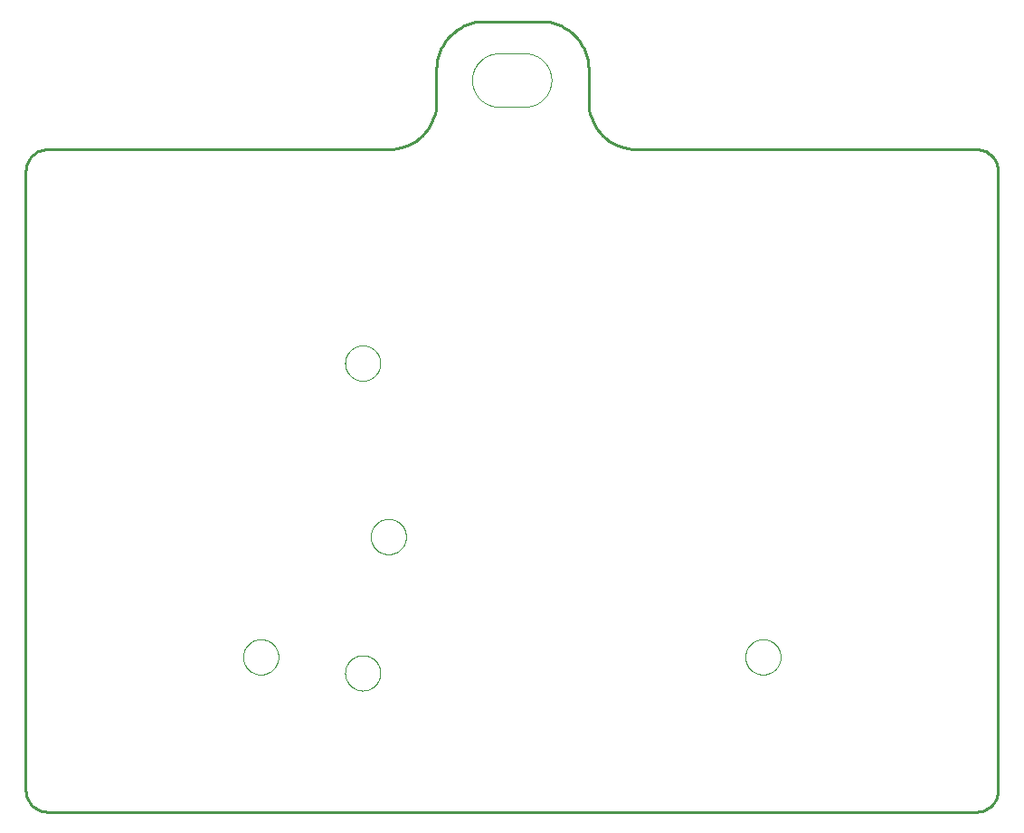
<source format=gbr>
G04 EAGLE Gerber X2 export*
%TF.Part,Single*%
%TF.FileFunction,Profile,NP*%
%TF.FilePolarity,Positive*%
%TF.GenerationSoftware,Autodesk,EAGLE,9.5.2*%
%TF.CreationDate,2020-10-15T10:25:45Z*%
G75*
%MOMM*%
%FSLAX35Y35*%
%LPD*%
%IN*%
%AMOC8*
5,1,8,0,0,1.08239X$1,22.5*%
G01*
%ADD10C,0.000000*%
%ADD11C,0.100000*%
%ADD12C,0.254000*%


D10*
X2035000Y1450000D02*
X2035050Y1454049D01*
X2035199Y1458096D01*
X2035447Y1462138D01*
X2035795Y1466173D01*
X2036241Y1470198D01*
X2036786Y1474211D01*
X2037429Y1478209D01*
X2038170Y1482190D01*
X2039009Y1486152D01*
X2039945Y1490092D01*
X2040977Y1494008D01*
X2042105Y1497897D01*
X2043328Y1501757D01*
X2044645Y1505587D01*
X2046056Y1509383D01*
X2047560Y1513143D01*
X2049155Y1516865D01*
X2050842Y1520547D01*
X2052618Y1524186D01*
X2054483Y1527780D01*
X2056436Y1531328D01*
X2058475Y1534827D01*
X2060599Y1538275D01*
X2062808Y1541669D01*
X2065099Y1545008D01*
X2067471Y1548290D01*
X2069923Y1551513D01*
X2072453Y1554675D01*
X2075061Y1557774D01*
X2077743Y1560807D01*
X2080499Y1563774D01*
X2083327Y1566673D01*
X2086226Y1569501D01*
X2089193Y1572257D01*
X2092226Y1574939D01*
X2095325Y1577547D01*
X2098487Y1580077D01*
X2101710Y1582529D01*
X2104992Y1584901D01*
X2108331Y1587192D01*
X2111725Y1589401D01*
X2115173Y1591525D01*
X2118672Y1593564D01*
X2122220Y1595517D01*
X2125814Y1597382D01*
X2129453Y1599158D01*
X2133135Y1600845D01*
X2136857Y1602440D01*
X2140617Y1603944D01*
X2144413Y1605355D01*
X2148243Y1606672D01*
X2152103Y1607895D01*
X2155992Y1609023D01*
X2159908Y1610055D01*
X2163848Y1610991D01*
X2167810Y1611830D01*
X2171791Y1612571D01*
X2175789Y1613214D01*
X2179802Y1613759D01*
X2183827Y1614205D01*
X2187862Y1614553D01*
X2191904Y1614801D01*
X2195951Y1614950D01*
X2200000Y1615000D01*
X2204049Y1614950D01*
X2208096Y1614801D01*
X2212138Y1614553D01*
X2216173Y1614205D01*
X2220198Y1613759D01*
X2224211Y1613214D01*
X2228209Y1612571D01*
X2232190Y1611830D01*
X2236152Y1610991D01*
X2240092Y1610055D01*
X2244008Y1609023D01*
X2247897Y1607895D01*
X2251757Y1606672D01*
X2255587Y1605355D01*
X2259383Y1603944D01*
X2263143Y1602440D01*
X2266865Y1600845D01*
X2270547Y1599158D01*
X2274186Y1597382D01*
X2277780Y1595517D01*
X2281328Y1593564D01*
X2284827Y1591525D01*
X2288275Y1589401D01*
X2291669Y1587192D01*
X2295008Y1584901D01*
X2298290Y1582529D01*
X2301513Y1580077D01*
X2304675Y1577547D01*
X2307774Y1574939D01*
X2310807Y1572257D01*
X2313774Y1569501D01*
X2316673Y1566673D01*
X2319501Y1563774D01*
X2322257Y1560807D01*
X2324939Y1557774D01*
X2327547Y1554675D01*
X2330077Y1551513D01*
X2332529Y1548290D01*
X2334901Y1545008D01*
X2337192Y1541669D01*
X2339401Y1538275D01*
X2341525Y1534827D01*
X2343564Y1531328D01*
X2345517Y1527780D01*
X2347382Y1524186D01*
X2349158Y1520547D01*
X2350845Y1516865D01*
X2352440Y1513143D01*
X2353944Y1509383D01*
X2355355Y1505587D01*
X2356672Y1501757D01*
X2357895Y1497897D01*
X2359023Y1494008D01*
X2360055Y1490092D01*
X2360991Y1486152D01*
X2361830Y1482190D01*
X2362571Y1478209D01*
X2363214Y1474211D01*
X2363759Y1470198D01*
X2364205Y1466173D01*
X2364553Y1462138D01*
X2364801Y1458096D01*
X2364950Y1454049D01*
X2365000Y1450000D01*
X2364950Y1445951D01*
X2364801Y1441904D01*
X2364553Y1437862D01*
X2364205Y1433827D01*
X2363759Y1429802D01*
X2363214Y1425789D01*
X2362571Y1421791D01*
X2361830Y1417810D01*
X2360991Y1413848D01*
X2360055Y1409908D01*
X2359023Y1405992D01*
X2357895Y1402103D01*
X2356672Y1398243D01*
X2355355Y1394413D01*
X2353944Y1390617D01*
X2352440Y1386857D01*
X2350845Y1383135D01*
X2349158Y1379453D01*
X2347382Y1375814D01*
X2345517Y1372220D01*
X2343564Y1368672D01*
X2341525Y1365173D01*
X2339401Y1361725D01*
X2337192Y1358331D01*
X2334901Y1354992D01*
X2332529Y1351710D01*
X2330077Y1348487D01*
X2327547Y1345325D01*
X2324939Y1342226D01*
X2322257Y1339193D01*
X2319501Y1336226D01*
X2316673Y1333327D01*
X2313774Y1330499D01*
X2310807Y1327743D01*
X2307774Y1325061D01*
X2304675Y1322453D01*
X2301513Y1319923D01*
X2298290Y1317471D01*
X2295008Y1315099D01*
X2291669Y1312808D01*
X2288275Y1310599D01*
X2284827Y1308475D01*
X2281328Y1306436D01*
X2277780Y1304483D01*
X2274186Y1302618D01*
X2270547Y1300842D01*
X2266865Y1299155D01*
X2263143Y1297560D01*
X2259383Y1296056D01*
X2255587Y1294645D01*
X2251757Y1293328D01*
X2247897Y1292105D01*
X2244008Y1290977D01*
X2240092Y1289945D01*
X2236152Y1289009D01*
X2232190Y1288170D01*
X2228209Y1287429D01*
X2224211Y1286786D01*
X2220198Y1286241D01*
X2216173Y1285795D01*
X2212138Y1285447D01*
X2208096Y1285199D01*
X2204049Y1285050D01*
X2200000Y1285000D01*
X2195951Y1285050D01*
X2191904Y1285199D01*
X2187862Y1285447D01*
X2183827Y1285795D01*
X2179802Y1286241D01*
X2175789Y1286786D01*
X2171791Y1287429D01*
X2167810Y1288170D01*
X2163848Y1289009D01*
X2159908Y1289945D01*
X2155992Y1290977D01*
X2152103Y1292105D01*
X2148243Y1293328D01*
X2144413Y1294645D01*
X2140617Y1296056D01*
X2136857Y1297560D01*
X2133135Y1299155D01*
X2129453Y1300842D01*
X2125814Y1302618D01*
X2122220Y1304483D01*
X2118672Y1306436D01*
X2115173Y1308475D01*
X2111725Y1310599D01*
X2108331Y1312808D01*
X2104992Y1315099D01*
X2101710Y1317471D01*
X2098487Y1319923D01*
X2095325Y1322453D01*
X2092226Y1325061D01*
X2089193Y1327743D01*
X2086226Y1330499D01*
X2083327Y1333327D01*
X2080499Y1336226D01*
X2077743Y1339193D01*
X2075061Y1342226D01*
X2072453Y1345325D01*
X2069923Y1348487D01*
X2067471Y1351710D01*
X2065099Y1354992D01*
X2062808Y1358331D01*
X2060599Y1361725D01*
X2058475Y1365173D01*
X2056436Y1368672D01*
X2054483Y1372220D01*
X2052618Y1375814D01*
X2050842Y1379453D01*
X2049155Y1383135D01*
X2047560Y1386857D01*
X2046056Y1390617D01*
X2044645Y1394413D01*
X2043328Y1398243D01*
X2042105Y1402103D01*
X2040977Y1405992D01*
X2039945Y1409908D01*
X2039009Y1413848D01*
X2038170Y1417810D01*
X2037429Y1421791D01*
X2036786Y1425789D01*
X2036241Y1429802D01*
X2035795Y1433827D01*
X2035447Y1437862D01*
X2035199Y1441904D01*
X2035050Y1445951D01*
X2035000Y1450000D01*
X6735000Y1450000D02*
X6735050Y1454049D01*
X6735199Y1458096D01*
X6735447Y1462138D01*
X6735795Y1466173D01*
X6736241Y1470198D01*
X6736786Y1474211D01*
X6737429Y1478209D01*
X6738170Y1482190D01*
X6739009Y1486152D01*
X6739945Y1490092D01*
X6740977Y1494008D01*
X6742105Y1497897D01*
X6743328Y1501757D01*
X6744645Y1505587D01*
X6746056Y1509383D01*
X6747560Y1513143D01*
X6749155Y1516865D01*
X6750842Y1520547D01*
X6752618Y1524186D01*
X6754483Y1527780D01*
X6756436Y1531328D01*
X6758475Y1534827D01*
X6760599Y1538275D01*
X6762808Y1541669D01*
X6765099Y1545008D01*
X6767471Y1548290D01*
X6769923Y1551513D01*
X6772453Y1554675D01*
X6775061Y1557774D01*
X6777743Y1560807D01*
X6780499Y1563774D01*
X6783327Y1566673D01*
X6786226Y1569501D01*
X6789193Y1572257D01*
X6792226Y1574939D01*
X6795325Y1577547D01*
X6798487Y1580077D01*
X6801710Y1582529D01*
X6804992Y1584901D01*
X6808331Y1587192D01*
X6811725Y1589401D01*
X6815173Y1591525D01*
X6818672Y1593564D01*
X6822220Y1595517D01*
X6825814Y1597382D01*
X6829453Y1599158D01*
X6833135Y1600845D01*
X6836857Y1602440D01*
X6840617Y1603944D01*
X6844413Y1605355D01*
X6848243Y1606672D01*
X6852103Y1607895D01*
X6855992Y1609023D01*
X6859908Y1610055D01*
X6863848Y1610991D01*
X6867810Y1611830D01*
X6871791Y1612571D01*
X6875789Y1613214D01*
X6879802Y1613759D01*
X6883827Y1614205D01*
X6887862Y1614553D01*
X6891904Y1614801D01*
X6895951Y1614950D01*
X6900000Y1615000D01*
X6904049Y1614950D01*
X6908096Y1614801D01*
X6912138Y1614553D01*
X6916173Y1614205D01*
X6920198Y1613759D01*
X6924211Y1613214D01*
X6928209Y1612571D01*
X6932190Y1611830D01*
X6936152Y1610991D01*
X6940092Y1610055D01*
X6944008Y1609023D01*
X6947897Y1607895D01*
X6951757Y1606672D01*
X6955587Y1605355D01*
X6959383Y1603944D01*
X6963143Y1602440D01*
X6966865Y1600845D01*
X6970547Y1599158D01*
X6974186Y1597382D01*
X6977780Y1595517D01*
X6981328Y1593564D01*
X6984827Y1591525D01*
X6988275Y1589401D01*
X6991669Y1587192D01*
X6995008Y1584901D01*
X6998290Y1582529D01*
X7001513Y1580077D01*
X7004675Y1577547D01*
X7007774Y1574939D01*
X7010807Y1572257D01*
X7013774Y1569501D01*
X7016673Y1566673D01*
X7019501Y1563774D01*
X7022257Y1560807D01*
X7024939Y1557774D01*
X7027547Y1554675D01*
X7030077Y1551513D01*
X7032529Y1548290D01*
X7034901Y1545008D01*
X7037192Y1541669D01*
X7039401Y1538275D01*
X7041525Y1534827D01*
X7043564Y1531328D01*
X7045517Y1527780D01*
X7047382Y1524186D01*
X7049158Y1520547D01*
X7050845Y1516865D01*
X7052440Y1513143D01*
X7053944Y1509383D01*
X7055355Y1505587D01*
X7056672Y1501757D01*
X7057895Y1497897D01*
X7059023Y1494008D01*
X7060055Y1490092D01*
X7060991Y1486152D01*
X7061830Y1482190D01*
X7062571Y1478209D01*
X7063214Y1474211D01*
X7063759Y1470198D01*
X7064205Y1466173D01*
X7064553Y1462138D01*
X7064801Y1458096D01*
X7064950Y1454049D01*
X7065000Y1450000D01*
X7064950Y1445951D01*
X7064801Y1441904D01*
X7064553Y1437862D01*
X7064205Y1433827D01*
X7063759Y1429802D01*
X7063214Y1425789D01*
X7062571Y1421791D01*
X7061830Y1417810D01*
X7060991Y1413848D01*
X7060055Y1409908D01*
X7059023Y1405992D01*
X7057895Y1402103D01*
X7056672Y1398243D01*
X7055355Y1394413D01*
X7053944Y1390617D01*
X7052440Y1386857D01*
X7050845Y1383135D01*
X7049158Y1379453D01*
X7047382Y1375814D01*
X7045517Y1372220D01*
X7043564Y1368672D01*
X7041525Y1365173D01*
X7039401Y1361725D01*
X7037192Y1358331D01*
X7034901Y1354992D01*
X7032529Y1351710D01*
X7030077Y1348487D01*
X7027547Y1345325D01*
X7024939Y1342226D01*
X7022257Y1339193D01*
X7019501Y1336226D01*
X7016673Y1333327D01*
X7013774Y1330499D01*
X7010807Y1327743D01*
X7007774Y1325061D01*
X7004675Y1322453D01*
X7001513Y1319923D01*
X6998290Y1317471D01*
X6995008Y1315099D01*
X6991669Y1312808D01*
X6988275Y1310599D01*
X6984827Y1308475D01*
X6981328Y1306436D01*
X6977780Y1304483D01*
X6974186Y1302618D01*
X6970547Y1300842D01*
X6966865Y1299155D01*
X6963143Y1297560D01*
X6959383Y1296056D01*
X6955587Y1294645D01*
X6951757Y1293328D01*
X6947897Y1292105D01*
X6944008Y1290977D01*
X6940092Y1289945D01*
X6936152Y1289009D01*
X6932190Y1288170D01*
X6928209Y1287429D01*
X6924211Y1286786D01*
X6920198Y1286241D01*
X6916173Y1285795D01*
X6912138Y1285447D01*
X6908096Y1285199D01*
X6904049Y1285050D01*
X6900000Y1285000D01*
X6895951Y1285050D01*
X6891904Y1285199D01*
X6887862Y1285447D01*
X6883827Y1285795D01*
X6879802Y1286241D01*
X6875789Y1286786D01*
X6871791Y1287429D01*
X6867810Y1288170D01*
X6863848Y1289009D01*
X6859908Y1289945D01*
X6855992Y1290977D01*
X6852103Y1292105D01*
X6848243Y1293328D01*
X6844413Y1294645D01*
X6840617Y1296056D01*
X6836857Y1297560D01*
X6833135Y1299155D01*
X6829453Y1300842D01*
X6825814Y1302618D01*
X6822220Y1304483D01*
X6818672Y1306436D01*
X6815173Y1308475D01*
X6811725Y1310599D01*
X6808331Y1312808D01*
X6804992Y1315099D01*
X6801710Y1317471D01*
X6798487Y1319923D01*
X6795325Y1322453D01*
X6792226Y1325061D01*
X6789193Y1327743D01*
X6786226Y1330499D01*
X6783327Y1333327D01*
X6780499Y1336226D01*
X6777743Y1339193D01*
X6775061Y1342226D01*
X6772453Y1345325D01*
X6769923Y1348487D01*
X6767471Y1351710D01*
X6765099Y1354992D01*
X6762808Y1358331D01*
X6760599Y1361725D01*
X6758475Y1365173D01*
X6756436Y1368672D01*
X6754483Y1372220D01*
X6752618Y1375814D01*
X6750842Y1379453D01*
X6749155Y1383135D01*
X6747560Y1386857D01*
X6746056Y1390617D01*
X6744645Y1394413D01*
X6743328Y1398243D01*
X6742105Y1402103D01*
X6740977Y1405992D01*
X6739945Y1409908D01*
X6739009Y1413848D01*
X6738170Y1417810D01*
X6737429Y1421791D01*
X6736786Y1425789D01*
X6736241Y1429802D01*
X6735795Y1433827D01*
X6735447Y1437862D01*
X6735199Y1441904D01*
X6735050Y1445951D01*
X6735000Y1450000D01*
D11*
X4670000Y6600000D02*
X4676134Y6600079D01*
X4682265Y6600309D01*
X4688388Y6600688D01*
X4694499Y6601218D01*
X4700596Y6601897D01*
X4706675Y6602726D01*
X4712731Y6603704D01*
X4718762Y6604830D01*
X4724763Y6606103D01*
X4730731Y6607523D01*
X4736662Y6609089D01*
X4742554Y6610800D01*
X4748401Y6612655D01*
X4754202Y6614653D01*
X4759951Y6616792D01*
X4765647Y6619072D01*
X4771284Y6621491D01*
X4776861Y6624047D01*
X4782374Y6626739D01*
X4787818Y6629566D01*
X4793192Y6632525D01*
X4798492Y6635615D01*
X4803714Y6638834D01*
X4808856Y6642181D01*
X4813914Y6645652D01*
X4818885Y6649246D01*
X4823767Y6652961D01*
X4828556Y6656795D01*
X4833250Y6660745D01*
X4837846Y6664809D01*
X4842340Y6668985D01*
X4846731Y6673269D01*
X4851015Y6677660D01*
X4855191Y6682154D01*
X4859255Y6686750D01*
X4863205Y6691444D01*
X4867039Y6696233D01*
X4870754Y6701115D01*
X4874348Y6706086D01*
X4877819Y6711144D01*
X4881166Y6716286D01*
X4884385Y6721508D01*
X4887475Y6726808D01*
X4890434Y6732182D01*
X4893261Y6737626D01*
X4895953Y6743139D01*
X4898509Y6748716D01*
X4900928Y6754353D01*
X4903208Y6760049D01*
X4905347Y6765798D01*
X4907345Y6771599D01*
X4909200Y6777446D01*
X4910911Y6783338D01*
X4912477Y6789269D01*
X4913897Y6795237D01*
X4915170Y6801238D01*
X4916296Y6807269D01*
X4917274Y6813325D01*
X4918103Y6819404D01*
X4918782Y6825501D01*
X4919312Y6831612D01*
X4919691Y6837735D01*
X4919921Y6843866D01*
X4920000Y6850000D01*
X4429999Y7100000D02*
X4423827Y7099960D01*
X4417657Y7099769D01*
X4411495Y7099427D01*
X4405342Y7098933D01*
X4399203Y7098289D01*
X4393082Y7097494D01*
X4386982Y7096549D01*
X4380907Y7095455D01*
X4374861Y7094212D01*
X4368848Y7092821D01*
X4362870Y7091283D01*
X4356931Y7089599D01*
X4351036Y7087770D01*
X4345188Y7085796D01*
X4339389Y7083680D01*
X4333645Y7081422D01*
X4327957Y7079023D01*
X4322330Y7076486D01*
X4316767Y7073812D01*
X4311272Y7071002D01*
X4305847Y7068057D01*
X4300495Y7064981D01*
X4295221Y7061774D01*
X4290028Y7058439D01*
X4284917Y7054977D01*
X4279893Y7051391D01*
X4274959Y7047683D01*
X4270117Y7043855D01*
X4265370Y7039909D01*
X4260722Y7035848D01*
X4256175Y7031674D01*
X4251731Y7027389D01*
X4247394Y7022997D01*
X4243166Y7018500D01*
X4239050Y7013901D01*
X4235048Y7009201D01*
X4231162Y7004405D01*
X4227395Y6999516D01*
X4223750Y6994535D01*
X4220227Y6989466D01*
X4216830Y6984312D01*
X4213561Y6979077D01*
X4210421Y6973763D01*
X4207412Y6968373D01*
X4204536Y6962911D01*
X4201796Y6957381D01*
X4199192Y6951785D01*
X4196726Y6946126D01*
X4194399Y6940409D01*
X4192214Y6934636D01*
X4190171Y6928812D01*
X4188271Y6922939D01*
X4186516Y6917021D01*
X4184907Y6911062D01*
X4183444Y6905065D01*
X4182130Y6899034D01*
X4180963Y6892973D01*
X4179946Y6886885D01*
X4179078Y6880774D01*
X4178360Y6874643D01*
X4177793Y6868497D01*
X4177378Y6862338D01*
X4177113Y6856171D01*
X4177000Y6850000D01*
X4430000Y7100000D02*
X4670000Y7100000D01*
X4177000Y6850000D02*
X4177109Y6843923D01*
X4177365Y6837850D01*
X4177768Y6831785D01*
X4178317Y6825732D01*
X4179012Y6819694D01*
X4179852Y6813675D01*
X4180838Y6807677D01*
X4181969Y6801706D01*
X4183244Y6795763D01*
X4184662Y6789853D01*
X4186222Y6783978D01*
X4187924Y6778144D01*
X4189766Y6772352D01*
X4191748Y6766606D01*
X4193868Y6760910D01*
X4196125Y6755266D01*
X4198518Y6749679D01*
X4201045Y6744152D01*
X4203705Y6738687D01*
X4206497Y6733288D01*
X4209418Y6727958D01*
X4212467Y6722700D01*
X4215642Y6717517D01*
X4218941Y6712413D01*
X4222363Y6707390D01*
X4225905Y6702451D01*
X4229566Y6697599D01*
X4233342Y6692837D01*
X4237233Y6688167D01*
X4241236Y6683593D01*
X4245347Y6679117D01*
X4249566Y6674742D01*
X4253890Y6670470D01*
X4258315Y6666304D01*
X4262840Y6662246D01*
X4267461Y6658298D01*
X4272176Y6654463D01*
X4276983Y6650743D01*
X4281878Y6647141D01*
X4286859Y6643658D01*
X4291923Y6640296D01*
X4297066Y6637058D01*
X4302287Y6633945D01*
X4307580Y6630959D01*
X4312945Y6628102D01*
X4318377Y6625375D01*
X4323873Y6622780D01*
X4329430Y6620319D01*
X4335046Y6617993D01*
X4340716Y6615804D01*
X4346437Y6613752D01*
X4352206Y6611838D01*
X4358019Y6610065D01*
X4363874Y6608433D01*
X4369766Y6606943D01*
X4375693Y6605596D01*
X4381650Y6604392D01*
X4387635Y6603333D01*
X4393644Y6602418D01*
X4399673Y6601649D01*
X4405719Y6601026D01*
X4411778Y6600550D01*
X4417847Y6600220D01*
X4423922Y6600036D01*
X4430000Y6600000D01*
X4920000Y6850000D02*
X4919922Y6856135D01*
X4919694Y6862265D01*
X4919315Y6868389D01*
X4918786Y6874501D01*
X4918108Y6880598D01*
X4917280Y6886677D01*
X4916303Y6892734D01*
X4915178Y6898765D01*
X4913906Y6904767D01*
X4912487Y6910735D01*
X4910921Y6916667D01*
X4909211Y6922559D01*
X4907356Y6928407D01*
X4905359Y6934208D01*
X4903220Y6939958D01*
X4900941Y6945654D01*
X4898523Y6951292D01*
X4895967Y6956870D01*
X4893275Y6962383D01*
X4890448Y6967828D01*
X4887489Y6973202D01*
X4884399Y6978502D01*
X4881180Y6983725D01*
X4877834Y6988867D01*
X4874363Y6993926D01*
X4870769Y6998897D01*
X4867053Y7003780D01*
X4863220Y7008569D01*
X4859269Y7013263D01*
X4855205Y7017859D01*
X4851030Y7022354D01*
X4846745Y7026745D01*
X4842354Y7031030D01*
X4837859Y7035205D01*
X4833263Y7039269D01*
X4828569Y7043220D01*
X4823780Y7047053D01*
X4818897Y7050769D01*
X4813926Y7054363D01*
X4808867Y7057834D01*
X4803725Y7061180D01*
X4798502Y7064399D01*
X4793202Y7067489D01*
X4787828Y7070448D01*
X4782383Y7073275D01*
X4776870Y7075967D01*
X4771292Y7078523D01*
X4765654Y7080941D01*
X4759958Y7083220D01*
X4754208Y7085359D01*
X4748407Y7087356D01*
X4742559Y7089211D01*
X4736667Y7090921D01*
X4730735Y7092487D01*
X4724767Y7093906D01*
X4718765Y7095178D01*
X4712734Y7096303D01*
X4706677Y7097280D01*
X4700598Y7098108D01*
X4694501Y7098786D01*
X4688389Y7099315D01*
X4682265Y7099694D01*
X4676135Y7099922D01*
X4670000Y7100000D01*
X4670000Y6600000D02*
X4430000Y6600000D01*
X0Y6000000D02*
X0Y200000D01*
X58Y195167D01*
X234Y190337D01*
X525Y185513D01*
X934Y180697D01*
X1458Y175893D01*
X2099Y171102D01*
X2855Y166329D01*
X3726Y161575D01*
X4712Y156843D01*
X5812Y152137D01*
X7025Y147459D01*
X8351Y142811D01*
X9789Y138197D01*
X11338Y133618D01*
X12997Y129079D01*
X14765Y124581D01*
X16642Y120127D01*
X18625Y115720D01*
X20715Y111362D01*
X22909Y107055D01*
X25206Y102803D01*
X27606Y98608D01*
X30106Y94472D01*
X32706Y90397D01*
X35403Y86387D01*
X38197Y82443D01*
X41084Y78567D01*
X44065Y74763D01*
X47137Y71032D01*
X50298Y67375D01*
X53546Y63797D01*
X56880Y60298D01*
X60298Y56880D01*
X63797Y53546D01*
X67375Y50298D01*
X71032Y47137D01*
X74763Y44065D01*
X78567Y41084D01*
X82443Y38197D01*
X86387Y35403D01*
X90397Y32706D01*
X94472Y30106D01*
X98608Y27606D01*
X102803Y25206D01*
X107055Y22909D01*
X111362Y20715D01*
X115720Y18625D01*
X120127Y16642D01*
X124581Y14765D01*
X129079Y12997D01*
X133618Y11338D01*
X138197Y9789D01*
X142811Y8351D01*
X147459Y7025D01*
X152137Y5812D01*
X156843Y4712D01*
X161575Y3726D01*
X166329Y2855D01*
X171102Y2099D01*
X175893Y1458D01*
X180697Y934D01*
X185513Y525D01*
X190337Y234D01*
X195167Y58D01*
X200000Y0D01*
X8900000Y0D01*
X8904833Y58D01*
X8909663Y234D01*
X8914487Y525D01*
X8919303Y934D01*
X8924107Y1458D01*
X8928898Y2099D01*
X8933671Y2855D01*
X8938425Y3726D01*
X8943157Y4712D01*
X8947863Y5812D01*
X8952541Y7025D01*
X8957189Y8351D01*
X8961803Y9789D01*
X8966382Y11338D01*
X8970921Y12997D01*
X8975419Y14765D01*
X8979873Y16642D01*
X8984280Y18625D01*
X8988638Y20715D01*
X8992945Y22909D01*
X8997197Y25206D01*
X9001392Y27606D01*
X9005528Y30106D01*
X9009603Y32706D01*
X9013613Y35403D01*
X9017557Y38197D01*
X9021433Y41084D01*
X9025237Y44065D01*
X9028968Y47137D01*
X9032625Y50298D01*
X9036203Y53546D01*
X9039702Y56880D01*
X9043120Y60298D01*
X9046454Y63797D01*
X9049702Y67375D01*
X9052863Y71032D01*
X9055935Y74763D01*
X9058916Y78567D01*
X9061803Y82443D01*
X9064597Y86387D01*
X9067294Y90397D01*
X9069894Y94472D01*
X9072394Y98608D01*
X9074794Y102803D01*
X9077091Y107055D01*
X9079285Y111362D01*
X9081375Y115720D01*
X9083358Y120127D01*
X9085235Y124581D01*
X9087003Y129079D01*
X9088662Y133618D01*
X9090211Y138197D01*
X9091649Y142811D01*
X9092975Y147459D01*
X9094188Y152137D01*
X9095288Y156843D01*
X9096274Y161575D01*
X9097145Y166329D01*
X9097901Y171102D01*
X9098542Y175893D01*
X9099066Y180697D01*
X9099475Y185513D01*
X9099766Y190337D01*
X9099942Y195167D01*
X9100000Y200000D01*
X9100000Y6000000D01*
X9099942Y6004833D01*
X9099766Y6009663D01*
X9099475Y6014487D01*
X9099066Y6019303D01*
X9098542Y6024107D01*
X9097901Y6028898D01*
X9097145Y6033671D01*
X9096274Y6038425D01*
X9095288Y6043157D01*
X9094188Y6047863D01*
X9092975Y6052541D01*
X9091649Y6057189D01*
X9090211Y6061803D01*
X9088662Y6066382D01*
X9087003Y6070921D01*
X9085235Y6075419D01*
X9083358Y6079873D01*
X9081375Y6084280D01*
X9079285Y6088638D01*
X9077091Y6092945D01*
X9074794Y6097197D01*
X9072394Y6101392D01*
X9069894Y6105528D01*
X9067294Y6109603D01*
X9064597Y6113613D01*
X9061803Y6117557D01*
X9058916Y6121433D01*
X9055935Y6125237D01*
X9052863Y6128968D01*
X9049702Y6132625D01*
X9046454Y6136203D01*
X9043120Y6139702D01*
X9039702Y6143120D01*
X9036203Y6146454D01*
X9032625Y6149702D01*
X9028968Y6152863D01*
X9025237Y6155935D01*
X9021433Y6158916D01*
X9017557Y6161803D01*
X9013613Y6164597D01*
X9009603Y6167294D01*
X9005528Y6169894D01*
X9001392Y6172394D01*
X8997197Y6174794D01*
X8992945Y6177091D01*
X8988638Y6179285D01*
X8984280Y6181375D01*
X8979873Y6183358D01*
X8975419Y6185235D01*
X8970921Y6187003D01*
X8966382Y6188662D01*
X8961803Y6190211D01*
X8957189Y6191649D01*
X8952541Y6192975D01*
X8947863Y6194188D01*
X8943157Y6195288D01*
X8938425Y6196274D01*
X8933671Y6197145D01*
X8928898Y6197901D01*
X8924107Y6198542D01*
X8919303Y6199066D01*
X8914487Y6199475D01*
X8909663Y6199766D01*
X8904833Y6199942D01*
X8900000Y6200000D01*
X5717306Y6200000D01*
X5706432Y6200131D01*
X5695565Y6200525D01*
X5684710Y6201182D01*
X5673875Y6202101D01*
X5663064Y6203281D01*
X5652286Y6204722D01*
X5641545Y6206423D01*
X5630849Y6208383D01*
X5620203Y6210602D01*
X5609614Y6213076D01*
X5599088Y6215806D01*
X5588630Y6218789D01*
X5578248Y6222025D01*
X5567947Y6225510D01*
X5557734Y6229243D01*
X5547613Y6233221D01*
X5537592Y6237444D01*
X5527676Y6241907D01*
X5517870Y6246608D01*
X5508181Y6251545D01*
X5498613Y6256714D01*
X5489174Y6262114D01*
X5479868Y6267739D01*
X5470700Y6273588D01*
X5461677Y6279657D01*
X5452803Y6285942D01*
X5444083Y6292440D01*
X5435523Y6299147D01*
X5427127Y6306058D01*
X5418901Y6313170D01*
X5410849Y6320479D01*
X5402976Y6327980D01*
X5395286Y6335670D01*
X5387785Y6343543D01*
X5380476Y6351595D01*
X5373364Y6359821D01*
X5366453Y6368217D01*
X5359746Y6376777D01*
X5353248Y6385497D01*
X5346963Y6394371D01*
X5340894Y6403394D01*
X5335045Y6412562D01*
X5329420Y6421868D01*
X5324020Y6431307D01*
X5318851Y6440875D01*
X5313914Y6450564D01*
X5309213Y6460370D01*
X5304750Y6470286D01*
X5300527Y6480307D01*
X5296549Y6490428D01*
X5292816Y6500641D01*
X5289331Y6510942D01*
X5286095Y6521324D01*
X5283112Y6531782D01*
X5280382Y6542308D01*
X5277908Y6552897D01*
X5275689Y6563543D01*
X5273729Y6574239D01*
X5272028Y6584980D01*
X5270587Y6595758D01*
X5269407Y6606569D01*
X5268488Y6617404D01*
X5267831Y6628259D01*
X5267437Y6639126D01*
X5267306Y6650000D01*
X5267306Y6952596D01*
X5267139Y6963607D01*
X5266702Y6974611D01*
X5265995Y6985601D01*
X5265018Y6996570D01*
X5263773Y7007512D01*
X5262259Y7018420D01*
X5260478Y7029288D01*
X5258431Y7040108D01*
X5256119Y7050876D01*
X5253544Y7061583D01*
X5250706Y7072224D01*
X5247608Y7082791D01*
X5244252Y7093280D01*
X5240640Y7103683D01*
X5236773Y7113995D01*
X5232654Y7124208D01*
X5228286Y7134317D01*
X5223671Y7144316D01*
X5218812Y7154199D01*
X5213712Y7163959D01*
X5208374Y7173592D01*
X5202801Y7183090D01*
X5196997Y7192449D01*
X5190965Y7201663D01*
X5184709Y7210726D01*
X5178232Y7219632D01*
X5171538Y7228377D01*
X5164632Y7236955D01*
X5157517Y7245361D01*
X5150199Y7253590D01*
X5142680Y7261636D01*
X5134967Y7269496D01*
X5127062Y7277164D01*
X5118972Y7284636D01*
X5110701Y7291907D01*
X5102254Y7298973D01*
X5093636Y7305829D01*
X5084853Y7312472D01*
X5075909Y7318897D01*
X5066810Y7325101D01*
X5057562Y7331080D01*
X5048170Y7336830D01*
X5038639Y7342348D01*
X5028976Y7347630D01*
X5019186Y7352673D01*
X5009276Y7357475D01*
X4999250Y7362032D01*
X4989116Y7366341D01*
X4978879Y7370401D01*
X4968545Y7374208D01*
X4958121Y7377760D01*
X4947613Y7381056D01*
X4937028Y7384093D01*
X4926371Y7386868D01*
X4915649Y7389382D01*
X4904868Y7391632D01*
X4894036Y7393616D01*
X4883158Y7395334D01*
X4872242Y7396785D01*
X4861293Y7397967D01*
X4850318Y7398880D01*
X4839324Y7399523D01*
X4828318Y7399897D01*
X4817306Y7400000D01*
X4293958Y7400000D01*
X4282948Y7399897D01*
X4271944Y7399524D01*
X4260953Y7398880D01*
X4249980Y7397968D01*
X4239033Y7396786D01*
X4228118Y7395336D01*
X4217243Y7393619D01*
X4206412Y7391635D01*
X4195634Y7389386D01*
X4184914Y7386874D01*
X4174259Y7384099D01*
X4163675Y7381063D01*
X4153169Y7377769D01*
X4142747Y7374218D01*
X4132415Y7370412D01*
X4122180Y7366354D01*
X4112047Y7362046D01*
X4102023Y7357491D01*
X4092114Y7352691D01*
X4082325Y7347650D01*
X4072663Y7342369D01*
X4063134Y7336854D01*
X4053743Y7331106D01*
X4044496Y7325129D01*
X4035398Y7318928D01*
X4026455Y7312505D01*
X4017672Y7305864D01*
X4009055Y7299010D01*
X4000609Y7291947D01*
X3992339Y7284678D01*
X3984249Y7277209D01*
X3976345Y7269544D01*
X3968632Y7261686D01*
X3961113Y7253642D01*
X3953795Y7245416D01*
X3946680Y7237013D01*
X3939774Y7228438D01*
X3933080Y7219696D01*
X3926603Y7210792D01*
X3920346Y7201732D01*
X3914313Y7192522D01*
X3908508Y7183166D01*
X3902935Y7173670D01*
X3897596Y7164041D01*
X3892495Y7154283D01*
X3887635Y7144403D01*
X3883018Y7134407D01*
X3878649Y7124301D01*
X3874529Y7114090D01*
X3870660Y7103782D01*
X3867046Y7093382D01*
X3863688Y7082896D01*
X3860588Y7072331D01*
X3857748Y7061693D01*
X3855170Y7050988D01*
X3852856Y7040224D01*
X3850807Y7029405D01*
X3849023Y7018540D01*
X3847507Y7007635D01*
X3846258Y6996695D01*
X3845279Y6985728D01*
X3844569Y6974741D01*
X3844129Y6963739D01*
X3843958Y6952730D01*
X3843957Y6952730D02*
X3843957Y6692596D01*
X3843958Y6692596D02*
X3843958Y6952730D01*
X3843958Y6692596D02*
X3843958Y6650000D01*
X3843827Y6639126D01*
X3843433Y6628259D01*
X3842776Y6617404D01*
X3841857Y6606569D01*
X3840677Y6595758D01*
X3839236Y6584980D01*
X3837535Y6574239D01*
X3835575Y6563543D01*
X3833356Y6552897D01*
X3830882Y6542308D01*
X3828152Y6531782D01*
X3825169Y6521324D01*
X3821933Y6510942D01*
X3818448Y6500641D01*
X3814715Y6490428D01*
X3810737Y6480307D01*
X3806514Y6470286D01*
X3802051Y6460370D01*
X3797350Y6450564D01*
X3792413Y6440875D01*
X3787244Y6431307D01*
X3781844Y6421868D01*
X3776219Y6412562D01*
X3770370Y6403394D01*
X3764301Y6394371D01*
X3758016Y6385497D01*
X3751518Y6376777D01*
X3744811Y6368217D01*
X3737900Y6359821D01*
X3730788Y6351595D01*
X3723479Y6343543D01*
X3715978Y6335670D01*
X3708288Y6327980D01*
X3700415Y6320479D01*
X3692363Y6313170D01*
X3684137Y6306058D01*
X3675741Y6299147D01*
X3667181Y6292440D01*
X3658461Y6285942D01*
X3649587Y6279657D01*
X3640564Y6273588D01*
X3631396Y6267739D01*
X3622090Y6262114D01*
X3612651Y6256714D01*
X3603083Y6251545D01*
X3593394Y6246608D01*
X3583588Y6241907D01*
X3573672Y6237444D01*
X3563651Y6233221D01*
X3553530Y6229243D01*
X3543317Y6225510D01*
X3533016Y6222025D01*
X3522634Y6218789D01*
X3512176Y6215806D01*
X3501650Y6213076D01*
X3491061Y6210602D01*
X3480415Y6208383D01*
X3469719Y6206423D01*
X3458978Y6204722D01*
X3448200Y6203281D01*
X3437389Y6202101D01*
X3426554Y6201182D01*
X3415699Y6200525D01*
X3404832Y6200131D01*
X3393958Y6200000D01*
X200000Y6200000D01*
X195167Y6199942D01*
X190337Y6199766D01*
X185513Y6199475D01*
X180697Y6199066D01*
X175893Y6198542D01*
X171102Y6197901D01*
X166329Y6197145D01*
X161575Y6196274D01*
X156843Y6195288D01*
X152137Y6194188D01*
X147459Y6192975D01*
X142811Y6191649D01*
X138197Y6190211D01*
X133618Y6188662D01*
X129079Y6187003D01*
X124581Y6185235D01*
X120127Y6183358D01*
X115720Y6181375D01*
X111362Y6179285D01*
X107055Y6177091D01*
X102803Y6174794D01*
X98608Y6172394D01*
X94472Y6169894D01*
X90397Y6167294D01*
X86387Y6164597D01*
X82443Y6161803D01*
X78567Y6158916D01*
X74763Y6155935D01*
X71032Y6152863D01*
X67375Y6149702D01*
X63797Y6146454D01*
X60298Y6143120D01*
X56880Y6139702D01*
X53546Y6136203D01*
X50298Y6132625D01*
X47137Y6128968D01*
X44065Y6125237D01*
X41084Y6121433D01*
X38197Y6117557D01*
X35403Y6113613D01*
X32706Y6109603D01*
X30106Y6105528D01*
X27606Y6101392D01*
X25206Y6097197D01*
X22909Y6092945D01*
X20715Y6088638D01*
X18625Y6084280D01*
X16642Y6079873D01*
X14765Y6075419D01*
X12997Y6070921D01*
X11338Y6066382D01*
X9789Y6061803D01*
X8351Y6057189D01*
X7025Y6052541D01*
X5812Y6047863D01*
X4712Y6043157D01*
X3726Y6038425D01*
X2855Y6033671D01*
X2099Y6028898D01*
X1458Y6024107D01*
X934Y6019303D01*
X525Y6014487D01*
X234Y6009663D01*
X58Y6004833D01*
X0Y6000000D01*
D10*
X2989000Y1300000D02*
X2989050Y1304049D01*
X2989199Y1308096D01*
X2989447Y1312138D01*
X2989795Y1316173D01*
X2990241Y1320198D01*
X2990786Y1324211D01*
X2991429Y1328209D01*
X2992170Y1332190D01*
X2993009Y1336152D01*
X2993945Y1340092D01*
X2994977Y1344008D01*
X2996105Y1347897D01*
X2997328Y1351757D01*
X2998645Y1355587D01*
X3000056Y1359383D01*
X3001560Y1363143D01*
X3003155Y1366865D01*
X3004842Y1370547D01*
X3006618Y1374186D01*
X3008483Y1377780D01*
X3010436Y1381328D01*
X3012475Y1384827D01*
X3014599Y1388275D01*
X3016808Y1391669D01*
X3019099Y1395008D01*
X3021471Y1398290D01*
X3023923Y1401513D01*
X3026453Y1404675D01*
X3029061Y1407774D01*
X3031743Y1410807D01*
X3034499Y1413774D01*
X3037327Y1416673D01*
X3040226Y1419501D01*
X3043193Y1422257D01*
X3046226Y1424939D01*
X3049325Y1427547D01*
X3052487Y1430077D01*
X3055710Y1432529D01*
X3058992Y1434901D01*
X3062331Y1437192D01*
X3065725Y1439401D01*
X3069173Y1441525D01*
X3072672Y1443564D01*
X3076220Y1445517D01*
X3079814Y1447382D01*
X3083453Y1449158D01*
X3087135Y1450845D01*
X3090857Y1452440D01*
X3094617Y1453944D01*
X3098413Y1455355D01*
X3102243Y1456672D01*
X3106103Y1457895D01*
X3109992Y1459023D01*
X3113908Y1460055D01*
X3117848Y1460991D01*
X3121810Y1461830D01*
X3125791Y1462571D01*
X3129789Y1463214D01*
X3133802Y1463759D01*
X3137827Y1464205D01*
X3141862Y1464553D01*
X3145904Y1464801D01*
X3149951Y1464950D01*
X3154000Y1465000D01*
X3158049Y1464950D01*
X3162096Y1464801D01*
X3166138Y1464553D01*
X3170173Y1464205D01*
X3174198Y1463759D01*
X3178211Y1463214D01*
X3182209Y1462571D01*
X3186190Y1461830D01*
X3190152Y1460991D01*
X3194092Y1460055D01*
X3198008Y1459023D01*
X3201897Y1457895D01*
X3205757Y1456672D01*
X3209587Y1455355D01*
X3213383Y1453944D01*
X3217143Y1452440D01*
X3220865Y1450845D01*
X3224547Y1449158D01*
X3228186Y1447382D01*
X3231780Y1445517D01*
X3235328Y1443564D01*
X3238827Y1441525D01*
X3242275Y1439401D01*
X3245669Y1437192D01*
X3249008Y1434901D01*
X3252290Y1432529D01*
X3255513Y1430077D01*
X3258675Y1427547D01*
X3261774Y1424939D01*
X3264807Y1422257D01*
X3267774Y1419501D01*
X3270673Y1416673D01*
X3273501Y1413774D01*
X3276257Y1410807D01*
X3278939Y1407774D01*
X3281547Y1404675D01*
X3284077Y1401513D01*
X3286529Y1398290D01*
X3288901Y1395008D01*
X3291192Y1391669D01*
X3293401Y1388275D01*
X3295525Y1384827D01*
X3297564Y1381328D01*
X3299517Y1377780D01*
X3301382Y1374186D01*
X3303158Y1370547D01*
X3304845Y1366865D01*
X3306440Y1363143D01*
X3307944Y1359383D01*
X3309355Y1355587D01*
X3310672Y1351757D01*
X3311895Y1347897D01*
X3313023Y1344008D01*
X3314055Y1340092D01*
X3314991Y1336152D01*
X3315830Y1332190D01*
X3316571Y1328209D01*
X3317214Y1324211D01*
X3317759Y1320198D01*
X3318205Y1316173D01*
X3318553Y1312138D01*
X3318801Y1308096D01*
X3318950Y1304049D01*
X3319000Y1300000D01*
X3318950Y1295951D01*
X3318801Y1291904D01*
X3318553Y1287862D01*
X3318205Y1283827D01*
X3317759Y1279802D01*
X3317214Y1275789D01*
X3316571Y1271791D01*
X3315830Y1267810D01*
X3314991Y1263848D01*
X3314055Y1259908D01*
X3313023Y1255992D01*
X3311895Y1252103D01*
X3310672Y1248243D01*
X3309355Y1244413D01*
X3307944Y1240617D01*
X3306440Y1236857D01*
X3304845Y1233135D01*
X3303158Y1229453D01*
X3301382Y1225814D01*
X3299517Y1222220D01*
X3297564Y1218672D01*
X3295525Y1215173D01*
X3293401Y1211725D01*
X3291192Y1208331D01*
X3288901Y1204992D01*
X3286529Y1201710D01*
X3284077Y1198487D01*
X3281547Y1195325D01*
X3278939Y1192226D01*
X3276257Y1189193D01*
X3273501Y1186226D01*
X3270673Y1183327D01*
X3267774Y1180499D01*
X3264807Y1177743D01*
X3261774Y1175061D01*
X3258675Y1172453D01*
X3255513Y1169923D01*
X3252290Y1167471D01*
X3249008Y1165099D01*
X3245669Y1162808D01*
X3242275Y1160599D01*
X3238827Y1158475D01*
X3235328Y1156436D01*
X3231780Y1154483D01*
X3228186Y1152618D01*
X3224547Y1150842D01*
X3220865Y1149155D01*
X3217143Y1147560D01*
X3213383Y1146056D01*
X3209587Y1144645D01*
X3205757Y1143328D01*
X3201897Y1142105D01*
X3198008Y1140977D01*
X3194092Y1139945D01*
X3190152Y1139009D01*
X3186190Y1138170D01*
X3182209Y1137429D01*
X3178211Y1136786D01*
X3174198Y1136241D01*
X3170173Y1135795D01*
X3166138Y1135447D01*
X3162096Y1135199D01*
X3158049Y1135050D01*
X3154000Y1135000D01*
X3149951Y1135050D01*
X3145904Y1135199D01*
X3141862Y1135447D01*
X3137827Y1135795D01*
X3133802Y1136241D01*
X3129789Y1136786D01*
X3125791Y1137429D01*
X3121810Y1138170D01*
X3117848Y1139009D01*
X3113908Y1139945D01*
X3109992Y1140977D01*
X3106103Y1142105D01*
X3102243Y1143328D01*
X3098413Y1144645D01*
X3094617Y1146056D01*
X3090857Y1147560D01*
X3087135Y1149155D01*
X3083453Y1150842D01*
X3079814Y1152618D01*
X3076220Y1154483D01*
X3072672Y1156436D01*
X3069173Y1158475D01*
X3065725Y1160599D01*
X3062331Y1162808D01*
X3058992Y1165099D01*
X3055710Y1167471D01*
X3052487Y1169923D01*
X3049325Y1172453D01*
X3046226Y1175061D01*
X3043193Y1177743D01*
X3040226Y1180499D01*
X3037327Y1183327D01*
X3034499Y1186226D01*
X3031743Y1189193D01*
X3029061Y1192226D01*
X3026453Y1195325D01*
X3023923Y1198487D01*
X3021471Y1201710D01*
X3019099Y1204992D01*
X3016808Y1208331D01*
X3014599Y1211725D01*
X3012475Y1215173D01*
X3010436Y1218672D01*
X3008483Y1222220D01*
X3006618Y1225814D01*
X3004842Y1229453D01*
X3003155Y1233135D01*
X3001560Y1236857D01*
X3000056Y1240617D01*
X2998645Y1244413D01*
X2997328Y1248243D01*
X2996105Y1252103D01*
X2994977Y1255992D01*
X2993945Y1259908D01*
X2993009Y1263848D01*
X2992170Y1267810D01*
X2991429Y1271791D01*
X2990786Y1275789D01*
X2990241Y1279802D01*
X2989795Y1283827D01*
X2989447Y1287862D01*
X2989199Y1291904D01*
X2989050Y1295951D01*
X2989000Y1300000D01*
X3229000Y2576000D02*
X3229050Y2580049D01*
X3229199Y2584096D01*
X3229447Y2588138D01*
X3229795Y2592173D01*
X3230241Y2596198D01*
X3230786Y2600211D01*
X3231429Y2604209D01*
X3232170Y2608190D01*
X3233009Y2612152D01*
X3233945Y2616092D01*
X3234977Y2620008D01*
X3236105Y2623897D01*
X3237328Y2627757D01*
X3238645Y2631587D01*
X3240056Y2635383D01*
X3241560Y2639143D01*
X3243155Y2642865D01*
X3244842Y2646547D01*
X3246618Y2650186D01*
X3248483Y2653780D01*
X3250436Y2657328D01*
X3252475Y2660827D01*
X3254599Y2664275D01*
X3256808Y2667669D01*
X3259099Y2671008D01*
X3261471Y2674290D01*
X3263923Y2677513D01*
X3266453Y2680675D01*
X3269061Y2683774D01*
X3271743Y2686807D01*
X3274499Y2689774D01*
X3277327Y2692673D01*
X3280226Y2695501D01*
X3283193Y2698257D01*
X3286226Y2700939D01*
X3289325Y2703547D01*
X3292487Y2706077D01*
X3295710Y2708529D01*
X3298992Y2710901D01*
X3302331Y2713192D01*
X3305725Y2715401D01*
X3309173Y2717525D01*
X3312672Y2719564D01*
X3316220Y2721517D01*
X3319814Y2723382D01*
X3323453Y2725158D01*
X3327135Y2726845D01*
X3330857Y2728440D01*
X3334617Y2729944D01*
X3338413Y2731355D01*
X3342243Y2732672D01*
X3346103Y2733895D01*
X3349992Y2735023D01*
X3353908Y2736055D01*
X3357848Y2736991D01*
X3361810Y2737830D01*
X3365791Y2738571D01*
X3369789Y2739214D01*
X3373802Y2739759D01*
X3377827Y2740205D01*
X3381862Y2740553D01*
X3385904Y2740801D01*
X3389951Y2740950D01*
X3394000Y2741000D01*
X3398049Y2740950D01*
X3402096Y2740801D01*
X3406138Y2740553D01*
X3410173Y2740205D01*
X3414198Y2739759D01*
X3418211Y2739214D01*
X3422209Y2738571D01*
X3426190Y2737830D01*
X3430152Y2736991D01*
X3434092Y2736055D01*
X3438008Y2735023D01*
X3441897Y2733895D01*
X3445757Y2732672D01*
X3449587Y2731355D01*
X3453383Y2729944D01*
X3457143Y2728440D01*
X3460865Y2726845D01*
X3464547Y2725158D01*
X3468186Y2723382D01*
X3471780Y2721517D01*
X3475328Y2719564D01*
X3478827Y2717525D01*
X3482275Y2715401D01*
X3485669Y2713192D01*
X3489008Y2710901D01*
X3492290Y2708529D01*
X3495513Y2706077D01*
X3498675Y2703547D01*
X3501774Y2700939D01*
X3504807Y2698257D01*
X3507774Y2695501D01*
X3510673Y2692673D01*
X3513501Y2689774D01*
X3516257Y2686807D01*
X3518939Y2683774D01*
X3521547Y2680675D01*
X3524077Y2677513D01*
X3526529Y2674290D01*
X3528901Y2671008D01*
X3531192Y2667669D01*
X3533401Y2664275D01*
X3535525Y2660827D01*
X3537564Y2657328D01*
X3539517Y2653780D01*
X3541382Y2650186D01*
X3543158Y2646547D01*
X3544845Y2642865D01*
X3546440Y2639143D01*
X3547944Y2635383D01*
X3549355Y2631587D01*
X3550672Y2627757D01*
X3551895Y2623897D01*
X3553023Y2620008D01*
X3554055Y2616092D01*
X3554991Y2612152D01*
X3555830Y2608190D01*
X3556571Y2604209D01*
X3557214Y2600211D01*
X3557759Y2596198D01*
X3558205Y2592173D01*
X3558553Y2588138D01*
X3558801Y2584096D01*
X3558950Y2580049D01*
X3559000Y2576000D01*
X3558950Y2571951D01*
X3558801Y2567904D01*
X3558553Y2563862D01*
X3558205Y2559827D01*
X3557759Y2555802D01*
X3557214Y2551789D01*
X3556571Y2547791D01*
X3555830Y2543810D01*
X3554991Y2539848D01*
X3554055Y2535908D01*
X3553023Y2531992D01*
X3551895Y2528103D01*
X3550672Y2524243D01*
X3549355Y2520413D01*
X3547944Y2516617D01*
X3546440Y2512857D01*
X3544845Y2509135D01*
X3543158Y2505453D01*
X3541382Y2501814D01*
X3539517Y2498220D01*
X3537564Y2494672D01*
X3535525Y2491173D01*
X3533401Y2487725D01*
X3531192Y2484331D01*
X3528901Y2480992D01*
X3526529Y2477710D01*
X3524077Y2474487D01*
X3521547Y2471325D01*
X3518939Y2468226D01*
X3516257Y2465193D01*
X3513501Y2462226D01*
X3510673Y2459327D01*
X3507774Y2456499D01*
X3504807Y2453743D01*
X3501774Y2451061D01*
X3498675Y2448453D01*
X3495513Y2445923D01*
X3492290Y2443471D01*
X3489008Y2441099D01*
X3485669Y2438808D01*
X3482275Y2436599D01*
X3478827Y2434475D01*
X3475328Y2432436D01*
X3471780Y2430483D01*
X3468186Y2428618D01*
X3464547Y2426842D01*
X3460865Y2425155D01*
X3457143Y2423560D01*
X3453383Y2422056D01*
X3449587Y2420645D01*
X3445757Y2419328D01*
X3441897Y2418105D01*
X3438008Y2416977D01*
X3434092Y2415945D01*
X3430152Y2415009D01*
X3426190Y2414170D01*
X3422209Y2413429D01*
X3418211Y2412786D01*
X3414198Y2412241D01*
X3410173Y2411795D01*
X3406138Y2411447D01*
X3402096Y2411199D01*
X3398049Y2411050D01*
X3394000Y2411000D01*
X3389951Y2411050D01*
X3385904Y2411199D01*
X3381862Y2411447D01*
X3377827Y2411795D01*
X3373802Y2412241D01*
X3369789Y2412786D01*
X3365791Y2413429D01*
X3361810Y2414170D01*
X3357848Y2415009D01*
X3353908Y2415945D01*
X3349992Y2416977D01*
X3346103Y2418105D01*
X3342243Y2419328D01*
X3338413Y2420645D01*
X3334617Y2422056D01*
X3330857Y2423560D01*
X3327135Y2425155D01*
X3323453Y2426842D01*
X3319814Y2428618D01*
X3316220Y2430483D01*
X3312672Y2432436D01*
X3309173Y2434475D01*
X3305725Y2436599D01*
X3302331Y2438808D01*
X3298992Y2441099D01*
X3295710Y2443471D01*
X3292487Y2445923D01*
X3289325Y2448453D01*
X3286226Y2451061D01*
X3283193Y2453743D01*
X3280226Y2456499D01*
X3277327Y2459327D01*
X3274499Y2462226D01*
X3271743Y2465193D01*
X3269061Y2468226D01*
X3266453Y2471325D01*
X3263923Y2474487D01*
X3261471Y2477710D01*
X3259099Y2480992D01*
X3256808Y2484331D01*
X3254599Y2487725D01*
X3252475Y2491173D01*
X3250436Y2494672D01*
X3248483Y2498220D01*
X3246618Y2501814D01*
X3244842Y2505453D01*
X3243155Y2509135D01*
X3241560Y2512857D01*
X3240056Y2516617D01*
X3238645Y2520413D01*
X3237328Y2524243D01*
X3236105Y2528103D01*
X3234977Y2531992D01*
X3233945Y2535908D01*
X3233009Y2539848D01*
X3232170Y2543810D01*
X3231429Y2547791D01*
X3230786Y2551789D01*
X3230241Y2555802D01*
X3229795Y2559827D01*
X3229447Y2563862D01*
X3229199Y2567904D01*
X3229050Y2571951D01*
X3229000Y2576000D01*
X2989000Y4200000D02*
X2989050Y4204049D01*
X2989199Y4208096D01*
X2989447Y4212138D01*
X2989795Y4216173D01*
X2990241Y4220198D01*
X2990786Y4224211D01*
X2991429Y4228209D01*
X2992170Y4232190D01*
X2993009Y4236152D01*
X2993945Y4240092D01*
X2994977Y4244008D01*
X2996105Y4247897D01*
X2997328Y4251757D01*
X2998645Y4255587D01*
X3000056Y4259383D01*
X3001560Y4263143D01*
X3003155Y4266865D01*
X3004842Y4270547D01*
X3006618Y4274186D01*
X3008483Y4277780D01*
X3010436Y4281328D01*
X3012475Y4284827D01*
X3014599Y4288275D01*
X3016808Y4291669D01*
X3019099Y4295008D01*
X3021471Y4298290D01*
X3023923Y4301513D01*
X3026453Y4304675D01*
X3029061Y4307774D01*
X3031743Y4310807D01*
X3034499Y4313774D01*
X3037327Y4316673D01*
X3040226Y4319501D01*
X3043193Y4322257D01*
X3046226Y4324939D01*
X3049325Y4327547D01*
X3052487Y4330077D01*
X3055710Y4332529D01*
X3058992Y4334901D01*
X3062331Y4337192D01*
X3065725Y4339401D01*
X3069173Y4341525D01*
X3072672Y4343564D01*
X3076220Y4345517D01*
X3079814Y4347382D01*
X3083453Y4349158D01*
X3087135Y4350845D01*
X3090857Y4352440D01*
X3094617Y4353944D01*
X3098413Y4355355D01*
X3102243Y4356672D01*
X3106103Y4357895D01*
X3109992Y4359023D01*
X3113908Y4360055D01*
X3117848Y4360991D01*
X3121810Y4361830D01*
X3125791Y4362571D01*
X3129789Y4363214D01*
X3133802Y4363759D01*
X3137827Y4364205D01*
X3141862Y4364553D01*
X3145904Y4364801D01*
X3149951Y4364950D01*
X3154000Y4365000D01*
X3158049Y4364950D01*
X3162096Y4364801D01*
X3166138Y4364553D01*
X3170173Y4364205D01*
X3174198Y4363759D01*
X3178211Y4363214D01*
X3182209Y4362571D01*
X3186190Y4361830D01*
X3190152Y4360991D01*
X3194092Y4360055D01*
X3198008Y4359023D01*
X3201897Y4357895D01*
X3205757Y4356672D01*
X3209587Y4355355D01*
X3213383Y4353944D01*
X3217143Y4352440D01*
X3220865Y4350845D01*
X3224547Y4349158D01*
X3228186Y4347382D01*
X3231780Y4345517D01*
X3235328Y4343564D01*
X3238827Y4341525D01*
X3242275Y4339401D01*
X3245669Y4337192D01*
X3249008Y4334901D01*
X3252290Y4332529D01*
X3255513Y4330077D01*
X3258675Y4327547D01*
X3261774Y4324939D01*
X3264807Y4322257D01*
X3267774Y4319501D01*
X3270673Y4316673D01*
X3273501Y4313774D01*
X3276257Y4310807D01*
X3278939Y4307774D01*
X3281547Y4304675D01*
X3284077Y4301513D01*
X3286529Y4298290D01*
X3288901Y4295008D01*
X3291192Y4291669D01*
X3293401Y4288275D01*
X3295525Y4284827D01*
X3297564Y4281328D01*
X3299517Y4277780D01*
X3301382Y4274186D01*
X3303158Y4270547D01*
X3304845Y4266865D01*
X3306440Y4263143D01*
X3307944Y4259383D01*
X3309355Y4255587D01*
X3310672Y4251757D01*
X3311895Y4247897D01*
X3313023Y4244008D01*
X3314055Y4240092D01*
X3314991Y4236152D01*
X3315830Y4232190D01*
X3316571Y4228209D01*
X3317214Y4224211D01*
X3317759Y4220198D01*
X3318205Y4216173D01*
X3318553Y4212138D01*
X3318801Y4208096D01*
X3318950Y4204049D01*
X3319000Y4200000D01*
X3318950Y4195951D01*
X3318801Y4191904D01*
X3318553Y4187862D01*
X3318205Y4183827D01*
X3317759Y4179802D01*
X3317214Y4175789D01*
X3316571Y4171791D01*
X3315830Y4167810D01*
X3314991Y4163848D01*
X3314055Y4159908D01*
X3313023Y4155992D01*
X3311895Y4152103D01*
X3310672Y4148243D01*
X3309355Y4144413D01*
X3307944Y4140617D01*
X3306440Y4136857D01*
X3304845Y4133135D01*
X3303158Y4129453D01*
X3301382Y4125814D01*
X3299517Y4122220D01*
X3297564Y4118672D01*
X3295525Y4115173D01*
X3293401Y4111725D01*
X3291192Y4108331D01*
X3288901Y4104992D01*
X3286529Y4101710D01*
X3284077Y4098487D01*
X3281547Y4095325D01*
X3278939Y4092226D01*
X3276257Y4089193D01*
X3273501Y4086226D01*
X3270673Y4083327D01*
X3267774Y4080499D01*
X3264807Y4077743D01*
X3261774Y4075061D01*
X3258675Y4072453D01*
X3255513Y4069923D01*
X3252290Y4067471D01*
X3249008Y4065099D01*
X3245669Y4062808D01*
X3242275Y4060599D01*
X3238827Y4058475D01*
X3235328Y4056436D01*
X3231780Y4054483D01*
X3228186Y4052618D01*
X3224547Y4050842D01*
X3220865Y4049155D01*
X3217143Y4047560D01*
X3213383Y4046056D01*
X3209587Y4044645D01*
X3205757Y4043328D01*
X3201897Y4042105D01*
X3198008Y4040977D01*
X3194092Y4039945D01*
X3190152Y4039009D01*
X3186190Y4038170D01*
X3182209Y4037429D01*
X3178211Y4036786D01*
X3174198Y4036241D01*
X3170173Y4035795D01*
X3166138Y4035447D01*
X3162096Y4035199D01*
X3158049Y4035050D01*
X3154000Y4035000D01*
X3149951Y4035050D01*
X3145904Y4035199D01*
X3141862Y4035447D01*
X3137827Y4035795D01*
X3133802Y4036241D01*
X3129789Y4036786D01*
X3125791Y4037429D01*
X3121810Y4038170D01*
X3117848Y4039009D01*
X3113908Y4039945D01*
X3109992Y4040977D01*
X3106103Y4042105D01*
X3102243Y4043328D01*
X3098413Y4044645D01*
X3094617Y4046056D01*
X3090857Y4047560D01*
X3087135Y4049155D01*
X3083453Y4050842D01*
X3079814Y4052618D01*
X3076220Y4054483D01*
X3072672Y4056436D01*
X3069173Y4058475D01*
X3065725Y4060599D01*
X3062331Y4062808D01*
X3058992Y4065099D01*
X3055710Y4067471D01*
X3052487Y4069923D01*
X3049325Y4072453D01*
X3046226Y4075061D01*
X3043193Y4077743D01*
X3040226Y4080499D01*
X3037327Y4083327D01*
X3034499Y4086226D01*
X3031743Y4089193D01*
X3029061Y4092226D01*
X3026453Y4095325D01*
X3023923Y4098487D01*
X3021471Y4101710D01*
X3019099Y4104992D01*
X3016808Y4108331D01*
X3014599Y4111725D01*
X3012475Y4115173D01*
X3010436Y4118672D01*
X3008483Y4122220D01*
X3006618Y4125814D01*
X3004842Y4129453D01*
X3003155Y4133135D01*
X3001560Y4136857D01*
X3000056Y4140617D01*
X2998645Y4144413D01*
X2997328Y4148243D01*
X2996105Y4152103D01*
X2994977Y4155992D01*
X2993945Y4159908D01*
X2993009Y4163848D01*
X2992170Y4167810D01*
X2991429Y4171791D01*
X2990786Y4175789D01*
X2990241Y4179802D01*
X2989795Y4183827D01*
X2989447Y4187862D01*
X2989199Y4191904D01*
X2989050Y4195951D01*
X2989000Y4200000D01*
D12*
X0Y200000D02*
X761Y182569D01*
X3038Y165270D01*
X6815Y148236D01*
X12062Y131596D01*
X18738Y115476D01*
X26795Y100000D01*
X36170Y85285D01*
X46791Y71443D01*
X58579Y58579D01*
X71443Y46791D01*
X85285Y36170D01*
X100000Y26795D01*
X115476Y18738D01*
X131596Y12062D01*
X148236Y6815D01*
X165270Y3038D01*
X182569Y761D01*
X200000Y0D01*
X8900000Y0D01*
X8917431Y761D01*
X8934730Y3038D01*
X8951764Y6815D01*
X8968404Y12062D01*
X8984524Y18738D01*
X9000000Y26795D01*
X9014715Y36170D01*
X9028558Y46791D01*
X9041421Y58579D01*
X9053209Y71443D01*
X9063830Y85285D01*
X9073205Y100000D01*
X9081262Y115476D01*
X9087938Y131596D01*
X9093185Y148236D01*
X9096962Y165270D01*
X9099239Y182569D01*
X9100000Y200000D01*
X9100000Y6000000D01*
X9099239Y6017431D01*
X9096962Y6034730D01*
X9093185Y6051764D01*
X9087938Y6068404D01*
X9081262Y6084524D01*
X9073205Y6100000D01*
X9063830Y6114715D01*
X9053209Y6128558D01*
X9041421Y6141421D01*
X9028558Y6153209D01*
X9014715Y6163830D01*
X9000000Y6173205D01*
X8984524Y6181262D01*
X8968404Y6187938D01*
X8951764Y6193185D01*
X8934730Y6196962D01*
X8917431Y6199239D01*
X8900000Y6200000D01*
X5717306Y6200000D01*
X5678086Y6201713D01*
X5639164Y6206837D01*
X5600838Y6215333D01*
X5563397Y6227138D01*
X5527128Y6242162D01*
X5492306Y6260288D01*
X5459197Y6281382D01*
X5428052Y6305280D01*
X5399108Y6331802D01*
X5372586Y6360746D01*
X5348688Y6391891D01*
X5327594Y6425000D01*
X5309468Y6459822D01*
X5294444Y6496091D01*
X5282639Y6533532D01*
X5274143Y6571858D01*
X5269018Y6610780D01*
X5267306Y6650000D01*
X5267306Y6952596D01*
X5265485Y6991698D01*
X5260264Y7030493D01*
X5251681Y7068684D01*
X5239802Y7105983D01*
X5224718Y7142104D01*
X5206542Y7176773D01*
X5185414Y7209726D01*
X5161495Y7240713D01*
X5134966Y7269496D01*
X5106030Y7295858D01*
X5074905Y7319598D01*
X5041831Y7340534D01*
X5007057Y7358509D01*
X4970849Y7373384D01*
X4933483Y7385047D01*
X4895242Y7393409D01*
X4856418Y7398406D01*
X4817306Y7400000D01*
X4293958Y7400000D01*
X4254846Y7398406D01*
X4216022Y7393409D01*
X4177781Y7385047D01*
X4140415Y7373384D01*
X4104207Y7358509D01*
X4069433Y7340534D01*
X4036358Y7319598D01*
X4005234Y7295858D01*
X3976298Y7269496D01*
X3949768Y7240713D01*
X3925849Y7209727D01*
X3904722Y7176773D01*
X3886546Y7142104D01*
X3871462Y7105983D01*
X3859583Y7068685D01*
X3851000Y7030493D01*
X3845778Y6991698D01*
X3843958Y6952730D01*
X3843958Y6650000D01*
X3842246Y6610780D01*
X3837122Y6571858D01*
X3828625Y6533532D01*
X3816820Y6496091D01*
X3801797Y6459822D01*
X3783670Y6425000D01*
X3762577Y6391891D01*
X3738678Y6360746D01*
X3712156Y6331802D01*
X3683213Y6305280D01*
X3652068Y6281382D01*
X3618958Y6260288D01*
X3584136Y6242162D01*
X3547867Y6227138D01*
X3510427Y6215333D01*
X3472100Y6206837D01*
X3433178Y6201713D01*
X3393958Y6200000D01*
X200000Y6200000D01*
X182569Y6199239D01*
X165270Y6196962D01*
X148236Y6193185D01*
X131596Y6187938D01*
X115476Y6181262D01*
X100000Y6173205D01*
X85285Y6163830D01*
X71443Y6153209D01*
X58579Y6141421D01*
X46791Y6128558D01*
X36170Y6114715D01*
X26795Y6100000D01*
X18738Y6084524D01*
X12062Y6068404D01*
X6815Y6051764D01*
X3038Y6034730D01*
X761Y6017431D01*
X0Y6000000D01*
X0Y200000D01*
M02*

</source>
